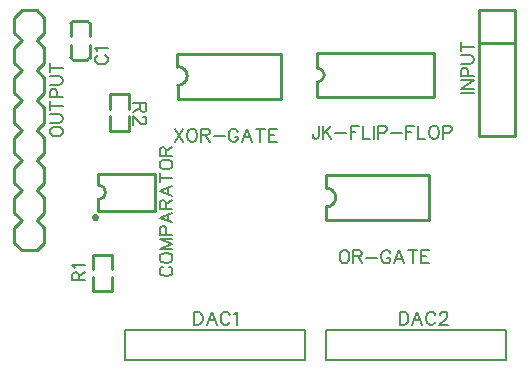
<source format=gto>
G04 Layer: TopSilkLayer*
G04 EasyEDA v6.3.22, 2020-01-17T17:02:50--8:00*
G04 00b4f696a6e84f9c838c38f8efb8d84c,fa4d7a5b45b64ba9a5df01c69efcfd0a,10*
G04 Gerber Generator version 0.2*
G04 Scale: 100 percent, Rotated: No, Reflected: No *
G04 Dimensions in millimeters *
G04 leading zeros omitted , absolute positions ,3 integer and 3 decimal *
%FSLAX33Y33*%
%MOMM*%
G90*
G71D02*

%ADD10C,0.254000*%
%ADD20C,0.203200*%
%ADD21C,0.202999*%
%ADD22C,0.152400*%

%LPD*%
G54D10*
G01X42672Y29845D02*
G01X42672Y19177D01*
G01X39624Y19177D01*
G01X39624Y29845D01*
G01X42672Y29845D01*
G01X42672Y27051D02*
G01X39624Y27051D01*
G01X25933Y22529D02*
G01X35836Y22529D01*
G01X35836Y26212D01*
G01X25885Y26212D01*
G01X25885Y26212D02*
G01X25885Y24968D01*
G01X25908Y23799D02*
G01X25908Y22529D01*
G01X14071Y25095D02*
G01X14071Y26162D01*
G01X22814Y26162D01*
G01X22814Y26162D02*
G01X22814Y22360D01*
G01X22814Y22360D02*
G01X14097Y22360D01*
G01X14097Y23444D01*
G01X5241Y28955D02*
G01X6441Y28955D01*
G01X5041Y26905D02*
G01X5041Y25905D01*
G01X6642Y26905D02*
G01X6642Y25905D01*
G01X5041Y27705D02*
G01X5041Y28704D01*
G01X6642Y27705D02*
G01X6642Y28704D01*
G01X5241Y25654D02*
G01X6441Y25654D01*
G01X5041Y25854D02*
G01X5041Y25905D01*
G01X6642Y25855D02*
G01X6642Y25905D01*
G01X5041Y28755D02*
G01X5041Y28704D01*
G01X6642Y28754D02*
G01X6642Y28704D01*
G01X889Y29844D02*
G01X2159Y29844D01*
G01X2159Y12065D02*
G01X2794Y11430D01*
G01X2794Y10160D01*
G01X2159Y9525D01*
G01X889Y9525D02*
G01X2159Y9525D01*
G01X889Y29845D02*
G01X254Y29210D01*
G01X254Y27940D01*
G01X889Y27305D01*
G01X2159Y29845D02*
G01X2794Y29210D01*
G01X2794Y27940D01*
G01X2159Y27305D01*
G01X889Y27305D02*
G01X254Y26670D01*
G01X254Y25400D01*
G01X889Y24765D01*
G01X2159Y27305D02*
G01X2794Y26670D01*
G01X2794Y25400D01*
G01X2159Y24765D01*
G01X889Y24765D02*
G01X254Y24130D01*
G01X254Y22860D01*
G01X889Y22225D01*
G01X2159Y24765D02*
G01X2794Y24130D01*
G01X2794Y22860D01*
G01X2159Y22225D01*
G01X889Y22225D02*
G01X254Y21590D01*
G01X254Y20320D01*
G01X889Y19685D01*
G01X2159Y22225D02*
G01X2794Y21590D01*
G01X2794Y20320D01*
G01X2159Y19685D01*
G01X889Y19685D02*
G01X254Y19050D01*
G01X254Y17780D01*
G01X889Y17145D01*
G01X2159Y19685D02*
G01X2794Y19050D01*
G01X2794Y17780D01*
G01X2159Y17145D01*
G01X889Y17145D02*
G01X254Y16510D01*
G01X254Y15240D01*
G01X889Y14605D01*
G01X2159Y17145D02*
G01X2794Y16510D01*
G01X2794Y15240D01*
G01X2159Y14605D01*
G01X889Y14605D02*
G01X254Y13970D01*
G01X254Y12700D01*
G01X889Y12065D01*
G01X2159Y14605D02*
G01X2794Y13970D01*
G01X2794Y12700D01*
G01X2159Y12065D01*
G01X889Y12065D02*
G01X254Y11430D01*
G01X254Y10160D01*
G01X889Y9525D01*
G01X6946Y6070D02*
G01X8547Y6070D01*
G01X8541Y7920D02*
G01X8541Y9170D01*
G01X6941Y7920D02*
G01X6941Y9170D01*
G01X8547Y7320D02*
G01X8547Y6070D01*
G01X6946Y7320D02*
G01X6946Y6070D01*
G01X6941Y9170D02*
G01X8541Y9170D01*
G01X9944Y22758D02*
G01X8343Y22758D01*
G01X8349Y20908D02*
G01X8349Y19658D01*
G01X9949Y20908D02*
G01X9949Y19658D01*
G01X8343Y21508D02*
G01X8343Y22758D01*
G01X9944Y21508D02*
G01X9944Y22758D01*
G01X9949Y19658D02*
G01X8349Y19658D01*
G01X26644Y14808D02*
G01X26644Y15875D01*
G01X35387Y15875D01*
G01X35387Y15875D02*
G01X35387Y12073D01*
G01X35387Y12073D02*
G01X26670Y12073D01*
G01X26670Y13157D01*
G01X7366Y12877D02*
G01X12192Y12877D01*
G01X12192Y16027D01*
G01X7366Y16027D01*
G01X7366Y16027D02*
G01X7366Y15087D01*
G01X7366Y13817D02*
G01X7366Y12877D01*
G54D20*
G01X11557Y2794D02*
G01X9652Y2794D01*
G01X9652Y254D01*
G01X24892Y254D01*
G01X24892Y2794D01*
G54D21*
G01X24892Y2794D02*
G01X11557Y2794D01*
G54D20*
G01X28575Y2794D02*
G01X26670Y2794D01*
G01X26670Y254D01*
G01X41910Y254D01*
G01X41910Y2794D01*
G54D21*
G01X41910Y2794D02*
G01X28575Y2794D01*
G54D22*
G01X38089Y22860D02*
G01X39179Y22860D01*
G01X38089Y23202D02*
G01X39179Y23202D01*
G01X38089Y23202D02*
G01X39179Y23929D01*
G01X38089Y23929D02*
G01X39179Y23929D01*
G01X38089Y24272D02*
G01X39179Y24272D01*
G01X38089Y24272D02*
G01X38089Y24739D01*
G01X38140Y24897D01*
G01X38193Y24947D01*
G01X38298Y25001D01*
G01X38453Y25001D01*
G01X38557Y24947D01*
G01X38608Y24897D01*
G01X38661Y24739D01*
G01X38661Y24272D01*
G01X38089Y25344D02*
G01X38869Y25344D01*
G01X39024Y25394D01*
G01X39128Y25499D01*
G01X39179Y25654D01*
G01X39179Y25758D01*
G01X39128Y25915D01*
G01X39024Y26019D01*
G01X38869Y26070D01*
G01X38089Y26070D01*
G01X38089Y26776D02*
G01X39179Y26776D01*
G01X38089Y26413D02*
G01X38089Y27139D01*
G01X26047Y20076D02*
G01X26047Y19245D01*
G01X25994Y19088D01*
G01X25943Y19037D01*
G01X25839Y18986D01*
G01X25735Y18986D01*
G01X25631Y19037D01*
G01X25577Y19088D01*
G01X25527Y19245D01*
G01X25527Y19349D01*
G01X26390Y20076D02*
G01X26390Y18986D01*
G01X27117Y20076D02*
G01X26390Y19349D01*
G01X26649Y19608D02*
G01X27117Y18986D01*
G01X27459Y19453D02*
G01X28394Y19453D01*
G01X28737Y20076D02*
G01X28737Y18986D01*
G01X28737Y20076D02*
G01X29413Y20076D01*
G01X28737Y19558D02*
G01X29154Y19558D01*
G01X29756Y20076D02*
G01X29756Y18986D01*
G01X29756Y18986D02*
G01X30378Y18986D01*
G01X30721Y20076D02*
G01X30721Y18986D01*
G01X31064Y20076D02*
G01X31064Y18986D01*
G01X31064Y20076D02*
G01X31534Y20076D01*
G01X31689Y20025D01*
G01X31739Y19972D01*
G01X31793Y19867D01*
G01X31793Y19712D01*
G01X31739Y19608D01*
G01X31689Y19558D01*
G01X31534Y19504D01*
G01X31064Y19504D01*
G01X32136Y19453D02*
G01X33070Y19453D01*
G01X33413Y20076D02*
G01X33413Y18986D01*
G01X33413Y20076D02*
G01X34089Y20076D01*
G01X33413Y19558D02*
G01X33830Y19558D01*
G01X34432Y20076D02*
G01X34432Y18986D01*
G01X34432Y18986D02*
G01X35054Y18986D01*
G01X35709Y20076D02*
G01X35605Y20025D01*
G01X35501Y19921D01*
G01X35450Y19817D01*
G01X35397Y19659D01*
G01X35397Y19400D01*
G01X35450Y19245D01*
G01X35501Y19141D01*
G01X35605Y19037D01*
G01X35709Y18986D01*
G01X35918Y18986D01*
G01X36022Y19037D01*
G01X36126Y19141D01*
G01X36177Y19245D01*
G01X36230Y19400D01*
G01X36230Y19659D01*
G01X36177Y19817D01*
G01X36126Y19921D01*
G01X36022Y20025D01*
G01X35918Y20076D01*
G01X35709Y20076D01*
G01X36573Y20076D02*
G01X36573Y18986D01*
G01X36573Y20076D02*
G01X37040Y20076D01*
G01X37195Y20025D01*
G01X37249Y19972D01*
G01X37299Y19867D01*
G01X37299Y19712D01*
G01X37249Y19608D01*
G01X37195Y19558D01*
G01X37040Y19504D01*
G01X36573Y19504D01*
G01X13843Y19822D02*
G01X14569Y18732D01*
G01X14569Y19822D02*
G01X13843Y18732D01*
G01X15224Y19822D02*
G01X15120Y19771D01*
G01X15016Y19667D01*
G01X14965Y19563D01*
G01X14912Y19405D01*
G01X14912Y19146D01*
G01X14965Y18991D01*
G01X15016Y18887D01*
G01X15120Y18783D01*
G01X15224Y18732D01*
G01X15433Y18732D01*
G01X15537Y18783D01*
G01X15641Y18887D01*
G01X15692Y18991D01*
G01X15745Y19146D01*
G01X15745Y19405D01*
G01X15692Y19563D01*
G01X15641Y19667D01*
G01X15537Y19771D01*
G01X15433Y19822D01*
G01X15224Y19822D01*
G01X16088Y19822D02*
G01X16088Y18732D01*
G01X16088Y19822D02*
G01X16555Y19822D01*
G01X16710Y19771D01*
G01X16764Y19718D01*
G01X16814Y19613D01*
G01X16814Y19509D01*
G01X16764Y19405D01*
G01X16710Y19354D01*
G01X16555Y19304D01*
G01X16088Y19304D01*
G01X16451Y19304D02*
G01X16814Y18732D01*
G01X17157Y19199D02*
G01X18092Y19199D01*
G01X19215Y19563D02*
G01X19164Y19667D01*
G01X19060Y19771D01*
G01X18956Y19822D01*
G01X18747Y19822D01*
G01X18643Y19771D01*
G01X18539Y19667D01*
G01X18488Y19563D01*
G01X18435Y19405D01*
G01X18435Y19146D01*
G01X18488Y18991D01*
G01X18539Y18887D01*
G01X18643Y18783D01*
G01X18747Y18732D01*
G01X18956Y18732D01*
G01X19060Y18783D01*
G01X19164Y18887D01*
G01X19215Y18991D01*
G01X19215Y19146D01*
G01X18956Y19146D02*
G01X19215Y19146D01*
G01X19974Y19822D02*
G01X19558Y18732D01*
G01X19974Y19822D02*
G01X20388Y18732D01*
G01X19712Y19095D02*
G01X20233Y19095D01*
G01X21094Y19822D02*
G01X21094Y18732D01*
G01X20731Y19822D02*
G01X21460Y19822D01*
G01X21803Y19822D02*
G01X21803Y18732D01*
G01X21803Y19822D02*
G01X22479Y19822D01*
G01X21803Y19304D02*
G01X22217Y19304D01*
G01X21803Y18732D02*
G01X22479Y18732D01*
G01X7360Y26052D02*
G01X7256Y25999D01*
G01X7152Y25895D01*
G01X7101Y25793D01*
G01X7101Y25585D01*
G01X7152Y25481D01*
G01X7256Y25377D01*
G01X7360Y25323D01*
G01X7518Y25273D01*
G01X7777Y25273D01*
G01X7932Y25323D01*
G01X8036Y25377D01*
G01X8140Y25481D01*
G01X8191Y25585D01*
G01X8191Y25793D01*
G01X8140Y25895D01*
G01X8036Y25999D01*
G01X7932Y26052D01*
G01X7310Y26395D02*
G01X7256Y26499D01*
G01X7101Y26654D01*
G01X8191Y26654D01*
G01X3291Y19489D02*
G01X3342Y19385D01*
G01X3446Y19281D01*
G01X3550Y19227D01*
G01X3708Y19177D01*
G01X3967Y19177D01*
G01X4122Y19227D01*
G01X4226Y19281D01*
G01X4330Y19385D01*
G01X4381Y19489D01*
G01X4381Y19697D01*
G01X4330Y19799D01*
G01X4226Y19903D01*
G01X4122Y19956D01*
G01X3967Y20007D01*
G01X3708Y20007D01*
G01X3550Y19956D01*
G01X3446Y19903D01*
G01X3342Y19799D01*
G01X3291Y19697D01*
G01X3291Y19489D01*
G01X3291Y20350D02*
G01X4071Y20350D01*
G01X4226Y20403D01*
G01X4330Y20507D01*
G01X4381Y20662D01*
G01X4381Y20767D01*
G01X4330Y20921D01*
G01X4226Y21026D01*
G01X4071Y21079D01*
G01X3291Y21079D01*
G01X3291Y21785D02*
G01X4381Y21785D01*
G01X3291Y21422D02*
G01X3291Y22148D01*
G01X3291Y22491D02*
G01X4381Y22491D01*
G01X3291Y22491D02*
G01X3291Y22959D01*
G01X3342Y23114D01*
G01X3395Y23167D01*
G01X3500Y23218D01*
G01X3655Y23218D01*
G01X3759Y23167D01*
G01X3810Y23114D01*
G01X3863Y22959D01*
G01X3863Y22491D01*
G01X3291Y23561D02*
G01X4071Y23561D01*
G01X4226Y23614D01*
G01X4330Y23718D01*
G01X4381Y23873D01*
G01X4381Y23977D01*
G01X4330Y24132D01*
G01X4226Y24236D01*
G01X4071Y24290D01*
G01X3291Y24290D01*
G01X3291Y24996D02*
G01X4381Y24996D01*
G01X3291Y24632D02*
G01X3291Y25359D01*
G01X5196Y6985D02*
G01X6286Y6985D01*
G01X5196Y6985D02*
G01X5196Y7452D01*
G01X5247Y7607D01*
G01X5300Y7660D01*
G01X5405Y7711D01*
G01X5509Y7711D01*
G01X5613Y7660D01*
G01X5664Y7607D01*
G01X5715Y7452D01*
G01X5715Y6985D01*
G01X5715Y7348D02*
G01X6286Y7711D01*
G01X5405Y8054D02*
G01X5351Y8158D01*
G01X5196Y8315D01*
G01X6286Y8315D01*
G01X11440Y21971D02*
G01X10350Y21971D01*
G01X11440Y21971D02*
G01X11440Y21503D01*
G01X11389Y21348D01*
G01X11336Y21295D01*
G01X11231Y21244D01*
G01X11127Y21244D01*
G01X11023Y21295D01*
G01X10972Y21348D01*
G01X10922Y21503D01*
G01X10922Y21971D01*
G01X10922Y21607D02*
G01X10350Y21244D01*
G01X11181Y20848D02*
G01X11231Y20848D01*
G01X11336Y20797D01*
G01X11389Y20744D01*
G01X11440Y20640D01*
G01X11440Y20434D01*
G01X11389Y20330D01*
G01X11336Y20276D01*
G01X11231Y20226D01*
G01X11127Y20226D01*
G01X11023Y20276D01*
G01X10868Y20380D01*
G01X10350Y20901D01*
G01X10350Y20172D01*
G01X28125Y9535D02*
G01X28021Y9484D01*
G01X27917Y9380D01*
G01X27863Y9276D01*
G01X27813Y9118D01*
G01X27813Y8859D01*
G01X27863Y8704D01*
G01X27917Y8600D01*
G01X28021Y8496D01*
G01X28125Y8445D01*
G01X28333Y8445D01*
G01X28435Y8496D01*
G01X28539Y8600D01*
G01X28592Y8704D01*
G01X28643Y8859D01*
G01X28643Y9118D01*
G01X28592Y9276D01*
G01X28539Y9380D01*
G01X28435Y9484D01*
G01X28333Y9535D01*
G01X28125Y9535D01*
G01X28986Y9535D02*
G01X28986Y8445D01*
G01X28986Y9535D02*
G01X29453Y9535D01*
G01X29611Y9484D01*
G01X29662Y9431D01*
G01X29715Y9326D01*
G01X29715Y9222D01*
G01X29662Y9118D01*
G01X29611Y9067D01*
G01X29453Y9017D01*
G01X28986Y9017D01*
G01X29349Y9017D02*
G01X29715Y8445D01*
G01X30058Y8912D02*
G01X30993Y8912D01*
G01X32115Y9276D02*
G01X32062Y9380D01*
G01X31958Y9484D01*
G01X31854Y9535D01*
G01X31648Y9535D01*
G01X31544Y9484D01*
G01X31440Y9380D01*
G01X31386Y9276D01*
G01X31335Y9118D01*
G01X31335Y8859D01*
G01X31386Y8704D01*
G01X31440Y8600D01*
G01X31544Y8496D01*
G01X31648Y8445D01*
G01X31854Y8445D01*
G01X31958Y8496D01*
G01X32062Y8600D01*
G01X32115Y8704D01*
G01X32115Y8859D01*
G01X31854Y8859D02*
G01X32115Y8859D01*
G01X32872Y9535D02*
G01X32458Y8445D01*
G01X32872Y9535D02*
G01X33289Y8445D01*
G01X32613Y8808D02*
G01X33134Y8808D01*
G01X33995Y9535D02*
G01X33995Y8445D01*
G01X33632Y9535D02*
G01X34358Y9535D01*
G01X34701Y9535D02*
G01X34701Y8445D01*
G01X34701Y9535D02*
G01X35377Y9535D01*
G01X34701Y9017D02*
G01X35118Y9017D01*
G01X34701Y8445D02*
G01X35377Y8445D01*
G01X12832Y8140D02*
G01X12727Y8087D01*
G01X12623Y7983D01*
G01X12573Y7881D01*
G01X12573Y7673D01*
G01X12623Y7569D01*
G01X12727Y7465D01*
G01X12832Y7411D01*
G01X12989Y7360D01*
G01X13248Y7360D01*
G01X13403Y7411D01*
G01X13507Y7465D01*
G01X13611Y7569D01*
G01X13662Y7673D01*
G01X13662Y7881D01*
G01X13611Y7983D01*
G01X13507Y8087D01*
G01X13403Y8140D01*
G01X12573Y8796D02*
G01X12623Y8691D01*
G01X12727Y8587D01*
G01X12832Y8534D01*
G01X12989Y8483D01*
G01X13248Y8483D01*
G01X13403Y8534D01*
G01X13507Y8587D01*
G01X13611Y8691D01*
G01X13662Y8796D01*
G01X13662Y9001D01*
G01X13611Y9105D01*
G01X13507Y9210D01*
G01X13403Y9263D01*
G01X13248Y9314D01*
G01X12989Y9314D01*
G01X12832Y9263D01*
G01X12727Y9210D01*
G01X12623Y9105D01*
G01X12573Y9001D01*
G01X12573Y8796D01*
G01X12573Y9657D02*
G01X13662Y9657D01*
G01X12573Y9657D02*
G01X13662Y10073D01*
G01X12573Y10487D02*
G01X13662Y10073D01*
G01X12573Y10487D02*
G01X13662Y10487D01*
G01X12573Y10830D02*
G01X13662Y10830D01*
G01X12573Y10830D02*
G01X12573Y11297D01*
G01X12623Y11455D01*
G01X12677Y11506D01*
G01X12781Y11559D01*
G01X12936Y11559D01*
G01X13040Y11506D01*
G01X13091Y11455D01*
G01X13144Y11297D01*
G01X13144Y10830D01*
G01X12573Y12316D02*
G01X13662Y11902D01*
G01X12573Y12316D02*
G01X13662Y12733D01*
G01X13299Y12057D02*
G01X13299Y12578D01*
G01X12573Y13075D02*
G01X13662Y13075D01*
G01X12573Y13075D02*
G01X12573Y13543D01*
G01X12623Y13698D01*
G01X12677Y13751D01*
G01X12781Y13802D01*
G01X12885Y13802D01*
G01X12989Y13751D01*
G01X13040Y13698D01*
G01X13091Y13543D01*
G01X13091Y13075D01*
G01X13091Y13439D02*
G01X13662Y13802D01*
G01X12573Y14561D02*
G01X13662Y14145D01*
G01X12573Y14561D02*
G01X13662Y14978D01*
G01X13299Y14302D02*
G01X13299Y14820D01*
G01X12573Y15684D02*
G01X13662Y15684D01*
G01X12573Y15321D02*
G01X12573Y16047D01*
G01X12573Y16703D02*
G01X12623Y16598D01*
G01X12727Y16494D01*
G01X12832Y16441D01*
G01X12989Y16390D01*
G01X13248Y16390D01*
G01X13403Y16441D01*
G01X13507Y16494D01*
G01X13611Y16598D01*
G01X13662Y16703D01*
G01X13662Y16911D01*
G01X13611Y17012D01*
G01X13507Y17117D01*
G01X13403Y17170D01*
G01X13248Y17221D01*
G01X12989Y17221D01*
G01X12832Y17170D01*
G01X12727Y17117D01*
G01X12623Y17012D01*
G01X12573Y16911D01*
G01X12573Y16703D01*
G01X12573Y17564D02*
G01X13662Y17564D01*
G01X12573Y17564D02*
G01X12573Y18031D01*
G01X12623Y18188D01*
G01X12677Y18239D01*
G01X12781Y18293D01*
G01X12885Y18293D01*
G01X12989Y18239D01*
G01X13040Y18188D01*
G01X13091Y18031D01*
G01X13091Y17564D01*
G01X13091Y17927D02*
G01X13662Y18293D01*
G01X15494Y4328D02*
G01X15494Y3238D01*
G01X15494Y4328D02*
G01X15857Y4328D01*
G01X16014Y4277D01*
G01X16116Y4173D01*
G01X16169Y4069D01*
G01X16220Y3911D01*
G01X16220Y3652D01*
G01X16169Y3497D01*
G01X16116Y3393D01*
G01X16014Y3289D01*
G01X15857Y3238D01*
G01X15494Y3238D01*
G01X16979Y4328D02*
G01X16563Y3238D01*
G01X16979Y4328D02*
G01X17396Y3238D01*
G01X16720Y3601D02*
G01X17238Y3601D01*
G01X18516Y4069D02*
G01X18465Y4173D01*
G01X18361Y4277D01*
G01X18257Y4328D01*
G01X18049Y4328D01*
G01X17945Y4277D01*
G01X17843Y4173D01*
G01X17790Y4069D01*
G01X17739Y3911D01*
G01X17739Y3652D01*
G01X17790Y3497D01*
G01X17843Y3393D01*
G01X17945Y3289D01*
G01X18049Y3238D01*
G01X18257Y3238D01*
G01X18361Y3289D01*
G01X18465Y3393D01*
G01X18516Y3497D01*
G01X18859Y4119D02*
G01X18963Y4173D01*
G01X19121Y4328D01*
G01X19121Y3238D01*
G01X32893Y4328D02*
G01X32893Y3238D01*
G01X32893Y4328D02*
G01X33256Y4328D01*
G01X33413Y4277D01*
G01X33515Y4173D01*
G01X33568Y4069D01*
G01X33619Y3911D01*
G01X33619Y3652D01*
G01X33568Y3497D01*
G01X33515Y3393D01*
G01X33413Y3289D01*
G01X33256Y3238D01*
G01X32893Y3238D01*
G01X34378Y4328D02*
G01X33962Y3238D01*
G01X34378Y4328D02*
G01X34795Y3238D01*
G01X34119Y3601D02*
G01X34637Y3601D01*
G01X35915Y4069D02*
G01X35864Y4173D01*
G01X35760Y4277D01*
G01X35656Y4328D01*
G01X35448Y4328D01*
G01X35344Y4277D01*
G01X35242Y4173D01*
G01X35189Y4069D01*
G01X35138Y3911D01*
G01X35138Y3652D01*
G01X35189Y3497D01*
G01X35242Y3393D01*
G01X35344Y3289D01*
G01X35448Y3238D01*
G01X35656Y3238D01*
G01X35760Y3289D01*
G01X35864Y3393D01*
G01X35915Y3497D01*
G01X36311Y4069D02*
G01X36311Y4119D01*
G01X36362Y4224D01*
G01X36415Y4277D01*
G01X36520Y4328D01*
G01X36728Y4328D01*
G01X36830Y4277D01*
G01X36883Y4224D01*
G01X36934Y4119D01*
G01X36934Y4015D01*
G01X36883Y3911D01*
G01X36779Y3756D01*
G01X36258Y3238D01*
G01X36987Y3238D01*
G54D10*
G75*
G01X25908Y23800D02*
G03X25911Y24968I25J584D01*
G01*
G75*
G01X14072Y25095D02*
G02X14097Y23495I37J-800D01*
G01*
G75*
G01X5242Y25655D02*
G02X5042Y25855I0J200D01*
G01*
G75*
G01X6442Y25655D02*
G03X6642Y25855I0J200D01*
G01*
G75*
G01X5242Y28955D02*
G03X5042Y28755I0J-200D01*
G01*
G75*
G01X6442Y28955D02*
G02X6642Y28755I0J-200D01*
G01*
G75*
G01X26645Y14808D02*
G02X26670Y13208I37J-800D01*
G01*
G75*
G01X7366Y15088D02*
G02X7366Y13818I0J-635D01*
G01*
G75*
G01X7328Y12294D02*
G03X7328Y12294I-190J0D01*
G01*
M00*
M02*

</source>
